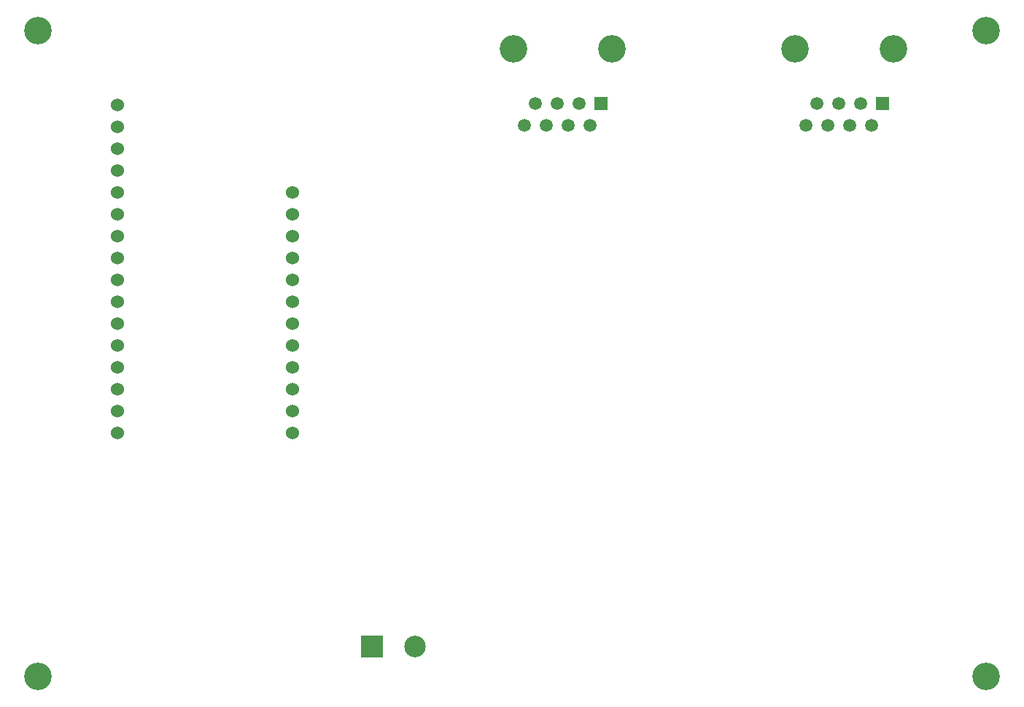
<source format=gbr>
%TF.GenerationSoftware,KiCad,Pcbnew,7.0.10*%
%TF.CreationDate,2024-03-07T20:10:10-06:00*%
%TF.ProjectId,Coax Switch Controller,436f6178-2053-4776-9974-636820436f6e,1.0*%
%TF.SameCoordinates,Original*%
%TF.FileFunction,Soldermask,Bot*%
%TF.FilePolarity,Negative*%
%FSLAX46Y46*%
G04 Gerber Fmt 4.6, Leading zero omitted, Abs format (unit mm)*
G04 Created by KiCad (PCBNEW 7.0.10) date 2024-03-07 20:10:10*
%MOMM*%
%LPD*%
G01*
G04 APERTURE LIST*
%ADD10R,2.500000X2.500000*%
%ADD11C,2.500000*%
%ADD12C,3.200000*%
%ADD13C,1.524000*%
%ADD14R,1.500000X1.500000*%
%ADD15C,1.500000*%
G04 APERTURE END LIST*
D10*
%TO.C,J3*%
X131134000Y-134170000D03*
D11*
X136134000Y-134170000D03*
%TD*%
D12*
%TO.C,H4*%
X92384000Y-137670000D03*
%TD*%
%TO.C,H3*%
X202384000Y-137670000D03*
%TD*%
D13*
%TO.C,U1*%
X101564500Y-71267000D03*
X101564500Y-73807000D03*
X101564500Y-76347000D03*
X101564500Y-78887000D03*
X101564500Y-81427000D03*
X101564500Y-83967000D03*
X101564500Y-86507000D03*
X101564500Y-89047000D03*
X101564500Y-91587000D03*
X101564500Y-94127000D03*
X101564500Y-96667000D03*
X101564500Y-99207000D03*
X101564500Y-101747000D03*
X101564500Y-104287000D03*
X101564500Y-106827000D03*
X101564500Y-109367000D03*
X121884500Y-109367000D03*
X121884500Y-106827000D03*
X121884500Y-104287000D03*
X121884500Y-101747000D03*
X121884500Y-99207000D03*
X121884500Y-96667000D03*
X121884500Y-94127000D03*
X121884500Y-91587000D03*
X121884500Y-89047000D03*
X121884500Y-86507000D03*
X121884500Y-83967000D03*
X121884500Y-81427000D03*
%TD*%
D12*
%TO.C,H2*%
X92384000Y-62670000D03*
%TD*%
%TO.C,H1*%
X202384000Y-62670000D03*
%TD*%
%TO.C,J2*%
X158968500Y-64790000D03*
X147538500Y-64790000D03*
D14*
X157698500Y-71140000D03*
D15*
X156428500Y-73680000D03*
X155158500Y-71140000D03*
X153888500Y-73680000D03*
X152618500Y-71140000D03*
X151348500Y-73680000D03*
X150078500Y-71140000D03*
X148808500Y-73680000D03*
%TD*%
D12*
%TO.C,J1*%
X191686500Y-64790000D03*
X180256500Y-64790000D03*
D14*
X190416500Y-71140000D03*
D15*
X189146500Y-73680000D03*
X187876500Y-71140000D03*
X186606500Y-73680000D03*
X185336500Y-71140000D03*
X184066500Y-73680000D03*
X182796500Y-71140000D03*
X181526500Y-73680000D03*
%TD*%
M02*

</source>
